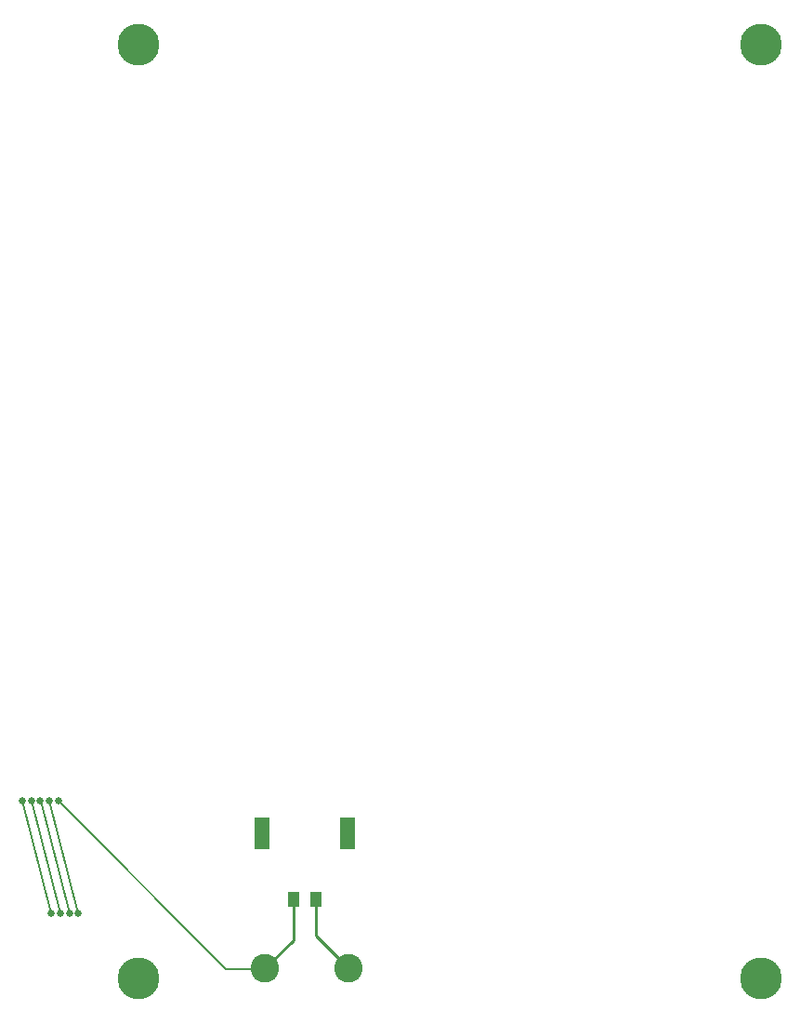
<source format=gbl>
%TF.GenerationSoftware,KiCad,Pcbnew,9.0.1*%
%TF.CreationDate,2025-04-07T03:54:42-07:00*%
%TF.ProjectId,Coil_Panel_Z,436f696c-5f50-4616-9e65-6c5f5a2e6b69,1.1*%
%TF.SameCoordinates,Original*%
%TF.FileFunction,Copper,L6,Bot*%
%TF.FilePolarity,Positive*%
%FSLAX46Y46*%
G04 Gerber Fmt 4.6, Leading zero omitted, Abs format (unit mm)*
G04 Created by KiCad (PCBNEW 9.0.1) date 2025-04-07 03:54:42*
%MOMM*%
%LPD*%
G01*
G04 APERTURE LIST*
%TA.AperFunction,EtchedComponent*%
%ADD10C,0.000000*%
%TD*%
%TA.AperFunction,ComponentPad*%
%ADD11C,2.600000*%
%TD*%
%TA.AperFunction,ConnectorPad*%
%ADD12C,3.800000*%
%TD*%
%TA.AperFunction,SMDPad,CuDef*%
%ADD13R,1.100000X1.450000*%
%TD*%
%TA.AperFunction,SMDPad,CuDef*%
%ADD14R,1.350000X2.899999*%
%TD*%
%TA.AperFunction,SMDPad,CuDef*%
%ADD15C,0.180000*%
%TD*%
%TA.AperFunction,ViaPad*%
%ADD16C,0.650000*%
%TD*%
%TA.AperFunction,Conductor*%
%ADD17C,0.250000*%
%TD*%
%TA.AperFunction,Conductor*%
%ADD18C,0.180000*%
%TD*%
G04 APERTURE END LIST*
D10*
%TA.AperFunction,EtchedComponent*%
%TO.C,NT1*%
G36*
X129947858Y-130342542D02*
G01*
X128947858Y-130342542D01*
X128947858Y-130162542D01*
X129947858Y-130162542D01*
X129947858Y-130342542D01*
G37*
%TD.AperFunction*%
%TD*%
D11*
%TO.P,H3,1,1*%
%TO.N,unconnected-(H3-Pad1)*%
X121020001Y-131156830D03*
D12*
%TO.N,unconnected-(H3-Pad1)_1*%
X121020001Y-131156830D03*
%TD*%
D11*
%TO.P,H4,1,1*%
%TO.N,unconnected-(H4-Pad1)*%
X177694001Y-46156830D03*
D12*
%TO.N,unconnected-(H4-Pad1)_1*%
X177694001Y-46156830D03*
%TD*%
D11*
%TO.P,H2,1,1*%
%TO.N,unconnected-(H2-Pad1)*%
X177694001Y-131156830D03*
D12*
%TO.N,unconnected-(H2-Pad1)_1*%
X177694001Y-131156830D03*
%TD*%
D11*
%TO.P,H1,1,1*%
%TO.N,unconnected-(H1-Pad1)_2*%
X121020001Y-46156830D03*
D12*
%TO.N,unconnected-(H1-Pad1)*%
X121020001Y-46156830D03*
%TD*%
D11*
%TO.P,TP1,1,1*%
%TO.N,COIL_1*%
X132552858Y-130237542D03*
%TO.P,TP1,2,2*%
%TO.N,COIL_2*%
X140172858Y-130237542D03*
%TD*%
D13*
%TO.P,J1,1,1*%
%TO.N,COIL_1*%
X135172858Y-123927542D03*
%TO.P,J1,2,2*%
%TO.N,COIL_2*%
X137172859Y-123927542D03*
D14*
%TO.P,J1,3,SHIELD1*%
%TO.N,unconnected-(J1-SHIELD1-Pad3)*%
X132277860Y-117952543D03*
%TO.P,J1,4,SHIELD2*%
%TO.N,unconnected-(J1-SHIELD2-Pad4)*%
X140067855Y-117952543D03*
%TD*%
D15*
%TO.P,NT1,1,1*%
%TO.N,COIL_2*%
X128947858Y-130252542D03*
%TO.P,NT1,2,2*%
%TO.N,COIL_1*%
X129947858Y-130252542D03*
%TD*%
D16*
%TO.N,COIL_2*%
X111262858Y-114917542D03*
X112882858Y-114917542D03*
X114712858Y-125177542D03*
X112072858Y-114917542D03*
X113692858Y-114917542D03*
X113042858Y-125177542D03*
X110452858Y-114917542D03*
X115522858Y-125177542D03*
X113852858Y-125177542D03*
%TD*%
D17*
%TO.N,COIL_1*%
X132552858Y-130237542D02*
X135172858Y-127617542D01*
D18*
X132537858Y-130252542D02*
X132552858Y-130237542D01*
D17*
X135172858Y-127617542D02*
X135172858Y-123927542D01*
D18*
X129947858Y-130252542D02*
X132537858Y-130252542D01*
%TO.N,COIL_2*%
X128947858Y-130252542D02*
X113692858Y-114997542D01*
X113042858Y-125177542D02*
X110452858Y-114917542D01*
D17*
X113692858Y-114997542D02*
X113692858Y-114917542D01*
D18*
X115472858Y-125177542D02*
X112882858Y-114917542D01*
D17*
X137172859Y-127237543D02*
X137172859Y-123927542D01*
D18*
X113852858Y-125177542D02*
X111262858Y-114917542D01*
D17*
X140172858Y-130237542D02*
X137172859Y-127237543D01*
D18*
X114712858Y-125177542D02*
X112122858Y-114917542D01*
%TD*%
M02*

</source>
